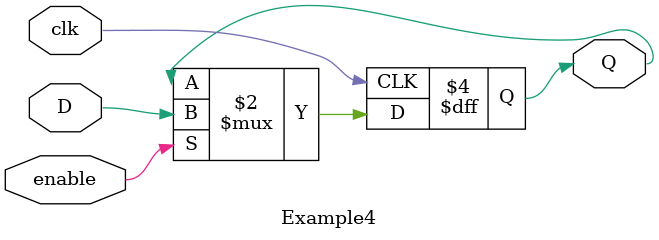
<source format=v>
`timescale 1ns / 1ps


module Example4(Q, D, clk, enable);

output Q;
input D, clk, enable;       
reg Q;
always@(posedge clk)   

begin
if(enable)

Q <= D;   
   
end
endmodule
</source>
